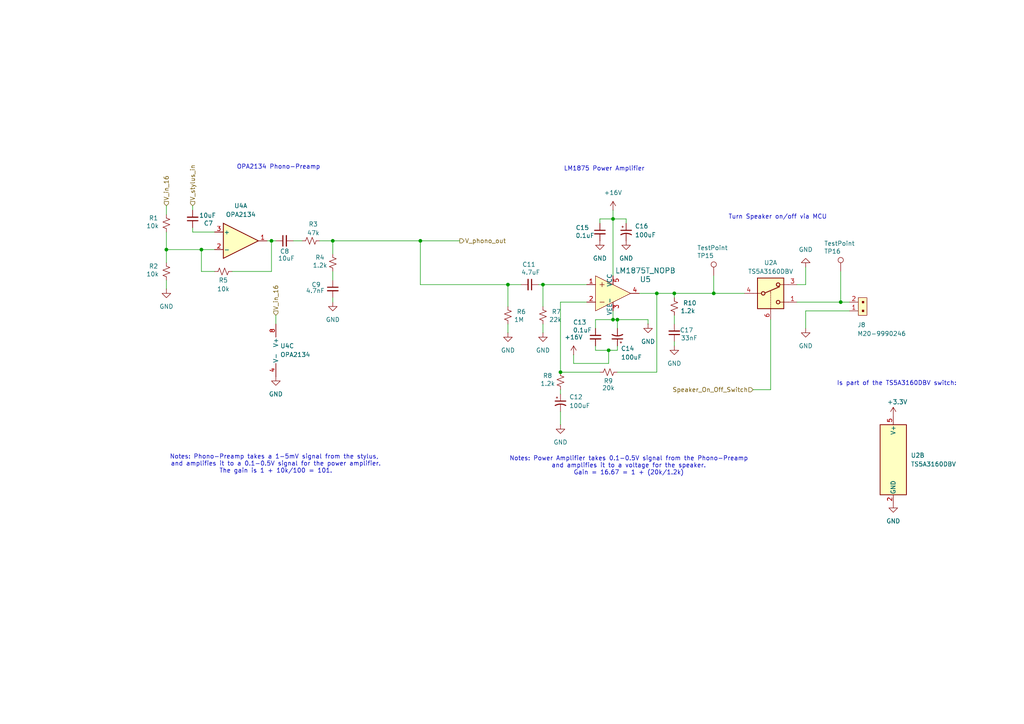
<source format=kicad_sch>
(kicad_sch (version 20231120) (generator "eeschema") (generator_version "8.0")
  (paper "A4")
  (lib_symbols
    (symbol "Amplifier_Operational:OPA2134" (pin_names (offset 0.127))
      (property "Reference" "U" (at 0 5.08 0))
      (property "Value" "OPA2134" (at 0 -5.08 0))
      (symbol "OPA2134_1_1"
        (polyline (pts (xy -5.08 5.08) (xy 5.08 0) (xy -5.08 -5.08) (xy -5.08 5.08)) (stroke (width 0.254)) (fill (type background)))
        (pin output line (at 7.62 0 180) (length 2.54) (name "~") (number "1"))
        (pin input line (at -7.62 -2.54 0) (length 2.54) (name "-") (number "2"))
        (pin input line (at -7.62 2.54 0) (length 2.54) (name "+") (number "3"))
      )
      (symbol "OPA2134_2_1"
        (polyline (pts (xy -5.08 5.08) (xy 5.08 0) (xy -5.08 -5.08) (xy -5.08 5.08)) (stroke (width 0.254)) (fill (type background)))
        (pin input line (at -7.62 2.54 0) (length 2.54) (name "+") (number "5"))
        (pin input line (at -7.62 -2.54 0) (length 2.54) (name "-") (number "6"))
        (pin output line (at 7.62 0 180) (length 2.54) (name "~") (number "7"))
      )
      (symbol "OPA2134_3_1"
        (pin power_in line (at -2.54 -7.62 90) (length 3.81) (name "V-") (number "4"))
        (pin power_in line (at -2.54 7.62 270) (length 3.81) (name "V+") (number "8"))
      )
    )
    (symbol "Analog_Switch:TS5A3160DBV" (pin_names (offset 0.127))
      (property "Reference" "U" (at -3.175 4.699 0))
      (property "Value" "TS5A3160DBV" (at -3.175 2.921 0))
      (symbol "TS5A3160DBV_1_1"
        (rectangle (start -3.81 4.445) (end 3.81 -4.445) (stroke (width 0.254)) (fill (type background)))
        (circle (center -2.159 0) (radius 0.508) (stroke (width 0.254)))
        (polyline (pts (xy -5.08 0) (xy -2.794 0)))
        (polyline (pts (xy -1.651 0.127) (xy 2.54 1.905)) (stroke (width 0.254)))
        (polyline (pts (xy 0 -5.08) (xy 0 -4.572)))
        (polyline (pts (xy 0 -4.318) (xy 0 -4.064)))
        (polyline (pts (xy 0 -3.81) (xy 0 -3.556)))
        (polyline (pts (xy 0 -3.302) (xy 0 -3.048)))
        (polyline (pts (xy 0 -2.794) (xy 0 -2.54)))
        (polyline (pts (xy 0 -2.286) (xy 0 -2.032)))
        (polyline (pts (xy 0 -1.778) (xy 0 -1.524)))
        (polyline (pts (xy 0 -1.27) (xy 0 -1.016)))
        (polyline (pts (xy 0 -0.762) (xy 0 -0.508)))
        (polyline (pts (xy 0 -0.254) (xy 0 0)))
        (polyline (pts (xy 0 0.254) (xy 0 0.508)))
        (polyline (pts (xy 0 0.254) (xy 0 0.508)))
        (polyline (pts (xy 5.08 -2.54) (xy 2.794 -2.54)))
        (polyline (pts (xy 5.08 2.54) (xy 2.794 2.54)))
        (circle (center 2.159 -2.54) (radius 0.508) (stroke (width 0.254)))
        (circle (center 2.159 2.54) (radius 0.508) (stroke (width 0.254)))
        (pin passive line (at 7.62 -2.54 180) (length 2.54) (name "~") (number "1"))
        (pin passive line (at 7.62 2.54 180) (length 2.54) (name "~") (number "3"))
        (pin passive line (at -7.62 0 0) (length 2.54) (name "~") (number "4"))
        (pin input line (at 0 -7.62 90) (length 2.54) (name "~") (number "6"))
      )
      (symbol "TS5A3160DBV_2_0"
        (pin power_in line (at 0 -12.7 90) (length 2.54) (name "GND") (number "2"))
        (pin power_in line (at 0 12.7 270) (length 2.54) (name "V+") (number "5"))
      )
      (symbol "TS5A3160DBV_2_1"
        (rectangle (start -3.81 10.16) (end 3.81 -10.16) (stroke (width 0.254)) (fill (type background)))
      )
    )
    (symbol "Connector:TestPoint" (pin_numbers hide) (pin_names (offset 0.762) hide)
      (property "Reference" "TP" (at 0 6.858 0))
      (property "Value" "TestPoint" (at 0 5.08 0))
      (symbol "TestPoint_0_1"
        (circle (center 0 3.302) (radius 0.762))
      )
      (symbol "TestPoint_1_1"
        (pin passive line (at 0 0 90) (length 2.54) (name "1") (number "1"))
      )
    )
    (symbol "Device:C_Polarized_Small_US" (pin_numbers hide) (pin_names (offset 0.254) hide)
      (property "Reference" "C" (at 0.254 1.778 0))
      (property "Value" "C_Polarized_Small_US" (at 0.254 -2.032 0))
      (symbol "C_Polarized_Small_US_0_1"
        (polyline (pts (xy -1.524 0.508) (xy 1.524 0.508)) (stroke (width 0.3048)))
        (polyline (pts (xy -1.27 1.524) (xy -0.762 1.524)))
        (polyline (pts (xy -1.016 1.27) (xy -1.016 1.778)))
        (arc (start 1.524 -0.762) (mid 0 -0.3734) (end -1.524 -0.762) (stroke (width 0.3048)))
      )
      (symbol "C_Polarized_Small_US_1_1"
        (pin passive line (at 0 2.54 270) (length 2.032) (name "~") (number "1"))
        (pin passive line (at 0 -2.54 90) (length 2.032) (name "~") (number "2"))
      )
    )
    (symbol "Device:C_Small" (pin_numbers hide) (pin_names (offset 0.254) hide)
      (property "Reference" "C" (at 0.254 1.778 0))
      (property "Value" "C_Small" (at 0.254 -2.032 0))
      (symbol "C_Small_0_1"
        (polyline (pts (xy -1.524 -0.508) (xy 1.524 -0.508)) (stroke (width 0.3302)))
        (polyline (pts (xy -1.524 0.508) (xy 1.524 0.508)) (stroke (width 0.3048)))
      )
      (symbol "C_Small_1_1"
        (pin passive line (at 0 2.54 270) (length 2.032) (name "~") (number "1"))
        (pin passive line (at 0 -2.54 90) (length 2.032) (name "~") (number "2"))
      )
    )
    (symbol "Device:R_Small_US" (pin_numbers hide) (pin_names (offset 0.254) hide)
      (property "Reference" "R" (at 0.762 0.508 0))
      (property "Value" "R_Small_US" (at 0.762 -1.016 0))
      (symbol "R_Small_US_1_1"
        (polyline (pts (xy 0 0) (xy 1.016 -0.381) (xy 0 -0.762) (xy -1.016 -1.143) (xy 0 -1.524)))
        (polyline (pts (xy 0 1.524) (xy 1.016 1.143) (xy 0 0.762) (xy -1.016 0.381) (xy 0 0)))
        (pin passive line (at 0 2.54 270) (length 1.016) (name "~") (number "1"))
        (pin passive line (at 0 -2.54 90) (length 1.016) (name "~") (number "2"))
      )
    )
    (symbol "dk_Linear-Amplifiers-Audio:LM1875T_NOPB" (pin_names (offset 0))
      (property "Reference" "U" (at -5.08 6.35 0))
      (property "Value" "LM1875T_NOPB" (at 2.54 -5.08 0))
      (symbol "LM1875T_NOPB_0_1"
        (polyline (pts (xy -3.81 -2.54) (xy -2.54 -2.54)))
        (polyline (pts (xy -3.81 2.54) (xy -2.54 2.54)))
        (polyline (pts (xy -3.175 -1.905) (xy -3.175 -3.175)))
        (polyline (pts (xy 5.08 0) (xy -5.08 5.08) (xy -5.08 -5.08) (xy 5.08 0)) (fill (type background)))
      )
      (symbol "LM1875T_NOPB_1_1"
        (pin input line (at -7.62 -2.54 0) (length 2.54) (name "~") (number "1"))
        (pin input line (at -7.62 2.54 0) (length 2.54) (name "~") (number "2"))
        (pin power_in line (at 0 5.08 270) (length 2.54) (name "VEE-") (number "3"))
        (pin output line (at 7.62 0 180) (length 2.54) (name "~") (number "4"))
        (pin power_in line (at 0 -5.08 90) (length 2.54) (name "VCC") (number "5"))
      )
    )
    (symbol "dk_Rectangular-Connectors-Headers-Male-Pins:M20-9990246" (pin_names (offset 1.016))
      (property "Reference" "J" (at -2.54 1.27 0))
      (property "Value" "M20-9990246" (at 1.27 -3.81 0))
      (symbol "M20-9990246_1_1"
        (rectangle (start -1.27 0) (end 3.81 -2.54) (fill (type background)))
        (rectangle (start -0.254 -1.143) (end 0.254 -1.651) (fill (type outline)))
        (rectangle (start 2.286 -1.143) (end 2.794 -1.651) (fill (type outline)))
        (pin passive line (at 0 2.54 270) (length 2.54) (name "~") (number "1"))
        (pin passive line (at 2.54 2.54 270) (length 2.54) (name "~") (number "2"))
      )
    )
    (symbol "power:+15V" (power) (pin_numbers hide) (pin_names (offset 0) hide)
      (property "Value" "+15V" (at 0 3.556 0))
      (symbol "+15V_0_1"
        (polyline (pts (xy -0.762 1.27) (xy 0 2.54)))
        (polyline (pts (xy 0 0) (xy 0 2.54)))
        (polyline (pts (xy 0 2.54) (xy 0.762 1.27)))
      )
      (symbol "+15V_1_1"
        (pin power_in line (at 0 0 90) (length 0) (name "~") (number "1"))
      )
    )
    (symbol "power:GND" (power) (pin_numbers hide) (pin_names (offset 0) hide)
      (property "Value" "GND" (at 0 -3.81 0))
      (symbol "GND_0_1"
        (polyline (pts (xy 0 0) (xy 0 -1.27) (xy 1.27 -1.27) (xy 0 -2.54) (xy -1.27 -1.27) (xy 0 -1.27)))
      )
      (symbol "GND_1_1"
        (pin power_in line (at 0 0 270) (length 0) (name "~") (number "1"))
      )
    )
  )
  (junction (at 207.01 85.09))
  (junction (at 177.8 63.5))
  (junction (at 195.58 85.09))
  (junction (at 176.53 101.6))
  (junction (at 48.26 72.39))
  (junction (at 78.74 69.85))
  (junction (at 147.32 82.55))
  (junction (at 177.8 92.71))
  (junction (at 96.52 69.85))
  (junction (at 162.56 107.95))
  (junction (at 190.5 85.09))
  (junction (at 179.07 92.71))
  (junction (at 243.84 87.63))
  (junction (at 157.48 82.55))
  (junction (at 121.92 69.85))
  (junction (at 58.42 72.39))
  (wire (pts (xy 78.74 78.74) (xy 78.74 69.85)))
  (wire (pts (xy 177.8 90.17) (xy 177.8 92.71)))
  (wire (pts (xy 179.07 107.95) (xy 190.5 107.95)))
  (wire (pts (xy 85.09 69.85) (xy 87.63 69.85)))
  (wire (pts (xy 48.26 72.39) (xy 48.26 76.2)))
  (wire (pts (xy 162.56 119.38) (xy 162.56 123.19)))
  (wire (pts (xy 231.14 87.63) (xy 243.84 87.63)))
  (wire (pts (xy 179.07 92.71) (xy 177.8 92.71)))
  (wire (pts (xy 67.31 78.74) (xy 78.74 78.74)))
  (wire (pts (xy 177.8 63.5) (xy 181.61 63.5)))
  (wire (pts (xy 121.92 69.85) (xy 96.52 69.85)))
  (wire (pts (xy 162.56 107.95) (xy 173.99 107.95)))
  (wire (pts (xy 218.44 113.03) (xy 223.52 113.03)))
  (wire (pts (xy 133.35 69.85) (xy 121.92 69.85)))
  (wire (pts (xy 243.84 78.74) (xy 243.84 87.63)))
  (wire (pts (xy 157.48 82.55) (xy 170.18 82.55)))
  (wire (pts (xy 177.8 63.5) (xy 177.8 80.01)))
  (wire (pts (xy 62.23 78.74) (xy 58.42 78.74)))
  (wire (pts (xy 96.52 78.74) (xy 96.52 81.28)))
  (wire (pts (xy 58.42 78.74) (xy 58.42 72.39)))
  (wire (pts (xy 58.42 72.39) (xy 62.23 72.39)))
  (wire (pts (xy 177.8 63.5) (xy 173.99 63.5)))
  (wire (pts (xy 207.01 80.01) (xy 207.01 85.09)))
  (wire (pts (xy 55.88 66.04) (xy 55.88 67.31)))
  (wire (pts (xy 48.26 72.39) (xy 58.42 72.39)))
  (wire (pts (xy 55.88 59.69) (xy 55.88 60.96)))
  (wire (pts (xy 195.58 99.06) (xy 195.58 100.33)))
  (wire (pts (xy 173.99 63.5) (xy 173.99 64.77)))
  (wire (pts (xy 172.72 101.6) (xy 176.53 101.6)))
  (wire (pts (xy 96.52 86.36) (xy 96.52 87.63)))
  (wire (pts (xy 166.37 105.41) (xy 176.53 105.41)))
  (wire (pts (xy 156.21 82.55) (xy 157.48 82.55)))
  (wire (pts (xy 96.52 69.85) (xy 96.52 73.66)))
  (wire (pts (xy 162.56 113.03) (xy 162.56 114.3)))
  (wire (pts (xy 121.92 69.85) (xy 121.92 82.55)))
  (wire (pts (xy 179.07 100.33) (xy 179.07 101.6)))
  (wire (pts (xy 166.37 105.41) (xy 166.37 102.87)))
  (wire (pts (xy 147.32 82.55) (xy 151.13 82.55)))
  (wire (pts (xy 170.18 87.63) (xy 162.56 87.63)))
  (wire (pts (xy 246.38 90.17) (xy 233.68 90.17)))
  (wire (pts (xy 147.32 82.55) (xy 147.32 88.9)))
  (wire (pts (xy 80.01 91.44) (xy 80.01 93.98)))
  (wire (pts (xy 177.8 92.71) (xy 172.72 92.71)))
  (wire (pts (xy 195.58 85.09) (xy 195.58 86.36)))
  (wire (pts (xy 172.72 100.33) (xy 172.72 101.6)))
  (wire (pts (xy 176.53 101.6) (xy 176.53 105.41)))
  (wire (pts (xy 195.58 85.09) (xy 207.01 85.09)))
  (wire (pts (xy 157.48 82.55) (xy 157.48 88.9)))
  (wire (pts (xy 179.07 92.71) (xy 179.07 95.25)))
  (wire (pts (xy 177.8 60.96) (xy 177.8 63.5)))
  (wire (pts (xy 55.88 67.31) (xy 62.23 67.31)))
  (wire (pts (xy 190.5 107.95) (xy 190.5 85.09)))
  (wire (pts (xy 190.5 85.09) (xy 185.42 85.09)))
  (wire (pts (xy 48.26 81.28) (xy 48.26 83.82)))
  (wire (pts (xy 190.5 85.09) (xy 195.58 85.09)))
  (wire (pts (xy 179.07 92.71) (xy 187.96 92.71)))
  (wire (pts (xy 78.74 69.85) (xy 80.01 69.85)))
  (wire (pts (xy 223.52 92.71) (xy 223.52 113.03)))
  (wire (pts (xy 243.84 87.63) (xy 246.38 87.63)))
  (wire (pts (xy 231.14 82.55) (xy 233.68 82.55)))
  (wire (pts (xy 195.58 91.44) (xy 195.58 93.98)))
  (wire (pts (xy 157.48 93.98) (xy 157.48 96.52)))
  (wire (pts (xy 92.71 69.85) (xy 96.52 69.85)))
  (wire (pts (xy 48.26 67.31) (xy 48.26 72.39)))
  (wire (pts (xy 162.56 87.63) (xy 162.56 107.95)))
  (wire (pts (xy 48.26 59.69) (xy 48.26 62.23)))
  (wire (pts (xy 77.47 69.85) (xy 78.74 69.85)))
  (wire (pts (xy 181.61 63.5) (xy 181.61 64.77)))
  (wire (pts (xy 233.68 82.55) (xy 233.68 77.47)))
  (wire (pts (xy 187.96 92.71) (xy 187.96 93.98)))
  (wire (pts (xy 207.01 85.09) (xy 215.9 85.09)))
  (wire (pts (xy 147.32 93.98) (xy 147.32 96.52)))
  (wire (pts (xy 233.68 90.17) (xy 233.68 95.25)))
  (wire (pts (xy 172.72 92.71) (xy 172.72 95.25)))
  (wire (pts (xy 121.92 82.55) (xy 147.32 82.55)))
  (wire (pts (xy 176.53 101.6) (xy 179.07 101.6)))
  (text "OPA2134 Phono-Preamp\n\n" (exclude_from_sim yes) (at 80.772 49.53 0) (effects (font (size 1.27 1.27))))
  (text "Is part of the TS5A3160DBV switch:" (at 260.096 111.252 0) (effects (font (size 1.27 1.27))))
  (text "LM1875 Power Amplifier" (at 175.26 49.022 0) (effects (font (size 1.27 1.27))))
  (text "Notes: Phono-Preamp takes a 1-5mV signal from the stylus, \nand amplifies it to a 0.1-0.5V signal for the power amplifier.\nThe gain is 1 + 10k/100 = 101." (at 80.01 134.62 0) (effects (font (size 1.27 1.27))))
  (text "Notes: Power Amplifier takes 0.1-0.5V signal from the Phono-Preamp\nand amplifies it to a voltage for the speaker.\nGain = 16.67 = 1 + (20k/1.2k)" (at 182.372 135.128 0) (effects (font (size 1.27 1.27))))
  (text "Turn Speaker on/off via MCU" (at 225.552 62.992 0) (effects (font (size 1.27 1.27))))
  (hierarchical_label "Speaker_On_Off_Switch" (shape input) (at 218.44 113.03 180))
  (hierarchical_label "V_stylus_in" (shape input) (at 55.88 59.69 90))
  (hierarchical_label "V_phono_out" (shape output) (at 133.35 69.85 0))
  (hierarchical_label "V_in_16" (shape input) (at 48.26 59.69 90))
  (hierarchical_label "V_in_16" (shape input) (at 80.01 91.44 90))
  (symbol (lib_id "Device:C_Polarized_Small_US") (at 179.07 97.79 180) (unit 1)
    (property "Reference" "C14" (at 180.086 101.092 0) (effects (justify right)))
    (property "Value" "100uF" (at 180.086 103.632 0) (effects (justify right)))
    (property "Footprint" "Capacitor_THT:C_Radial_D8.0mm_H11.5mm_P3.50mm" (effects (hide yes)))
    (property "Description" "Polarized capacitor, small US symbol" (effects (hide yes)))
  )
  (symbol (lib_id "Analog_Switch:TS5A3160DBV") (at 223.52 85.09 0) (unit 1)
    (property "Reference" "U2" (at 223.52 76.2 0))
    (property "Value" "TS5A3160DBV" (at 223.52 78.74 0))
    (property "Footprint" "Package_TO_SOT_SMD:SOT-23-6" (effects (hide yes)))
    (property "Datasheet" "http://www.ti.com/lit/ds/symlink/ts5a3160.pdf" (effects (hide yes)))
    (property "Description" "Single SPDT Analog Switch, 1.65-V to 5.5-V Single-Supply Operation, 1Ohm Ron, SOT-23-6" (effects (hide yes)))
  )
  (symbol (lib_id "Device:R_Small_US") (at 176.53 107.95 90) (unit 1)
    (property "Reference" "R9" (at 177.8 110.49 90) (effects (justify left)))
    (property "Value" "20k" (at 178.308 112.522 90) (effects (justify left)))
    (property "Footprint" "Resistor_SMD:R_0805_2012Metric" (effects (hide yes)))
    (property "Description" "Resistor, small US symbol" (effects (hide yes)))
  )
  (symbol (lib_id "Connector:TestPoint") (at 207.01 80.01 0) (unit 1)
    (property "Reference" "TP15" (at 202.184 74.168 0) (effects (justify left)))
    (property "Value" "TestPoint" (at 202.184 71.882 0) (effects (justify left)))
    (property "Footprint" "TestPoint:TestPoint_Pad_1.5x1.5mm" (effects (hide yes)))
    (property "Description" "test point" (effects (hide yes)))
  )
  (symbol (lib_id "Device:R_Small_US") (at 90.17 69.85 90) (unit 1)
    (property "Reference" "R3" (at 92.202 65.024 90) (effects (justify left)))
    (property "Value" "47k" (at 92.71 67.564 90) (effects (justify left)))
    (property "Footprint" "Resistor_SMD:R_0805_2012Metric" (effects (hide yes)))
    (property "Description" "Resistor, small US symbol" (effects (hide yes)))
  )
  (symbol (lib_id "Device:C_Small") (at 153.67 82.55 270) (unit 1)
    (property "Reference" "C11" (at 153.416 76.708 90))
    (property "Value" "4.7uF" (at 153.924 78.994 90))
    (property "Footprint" "Capacitor_SMD:C_0805_2012Metric" (effects (hide yes)))
    (property "Description" "Unpolarized capacitor, small symbol" (effects (hide yes)))
  )
  (symbol (lib_id "power:GND") (at 147.32 96.52 0) (unit 1)
    (property "Reference" "#PWR051" (effects (hide yes)))
    (property "Value" "GND" (at 147.32 101.6 0))
    (property "Description" "Power symbol creates a global label with name \"GND\" , ground" (effects (hide yes)))
  )
  (symbol (lib_id "power:GND") (at 233.68 95.25 0) (unit 1)
    (property "Reference" "#PWR060" (effects (hide yes)))
    (property "Value" "GND" (at 233.68 100.33 0))
    (property "Description" "Power symbol creates a global label with name \"GND\" , ground" (effects (hide yes)))
  )
  (symbol (lib_id "Amplifier_Operational:OPA2134") (at 82.55 101.6 0) (unit 3)
    (property "Reference" "U4" (at 81.28 100.3299 0) (effects (justify left)))
    (property "Value" "OPA2134" (at 81.28 102.8699 0) (effects (justify left)))
    (property "Footprint" "digikey-footprints:SOIC-8_W3.9mm" (effects (hide yes)))
    (property "Datasheet" "http://www.ti.com/lit/ds/symlink/opa134.pdf" (effects (hide yes)))
    (property "Description" "Dual SoundPlus High Performance Audio Operational Amplifiers, DIP-8/SOIC-8" (effects (hide yes)))
  )
  (symbol (lib_id "Device:R_Small_US") (at 157.48 91.44 0) (unit 1)
    (property "Reference" "R7" (at 160.02 90.424 0) (effects (justify left)))
    (property "Value" "22k" (at 159.258 92.71 0) (effects (justify left)))
    (property "Footprint" "Resistor_SMD:R_0805_2012Metric" (effects (hide yes)))
    (property "Description" "Resistor, small US symbol" (effects (hide yes)))
  )
  (symbol (lib_id "Device:C_Small") (at 82.55 69.85 90) (unit 1)
    (property "Reference" "C8" (at 82.55 72.898 90))
    (property "Value" "10uF" (at 83.058 74.93 90))
    (property "Footprint" "Capacitor_SMD:C_0805_2012Metric" (effects (hide yes)))
    (property "Description" "Unpolarized capacitor, small symbol" (effects (hide yes)))
  )
  (symbol (lib_id "Amplifier_Operational:OPA2134") (at 69.85 69.85 0) (unit 1)
    (property "Reference" "U4" (at 69.85 59.69 0))
    (property "Value" "OPA2134" (at 69.85 62.23 0))
    (property "Footprint" "digikey-footprints:SOIC-8_W3.9mm" (effects (hide yes)))
    (property "Datasheet" "http://www.ti.com/lit/ds/symlink/opa134.pdf" (effects (hide yes)))
    (property "Description" "Dual SoundPlus High Performance Audio Operational Amplifiers, DIP-8/SOIC-8" (effects (hide yes)))
  )
  (symbol (lib_id "dk_Linear-Amplifiers-Audio:LM1875T_NOPB") (at 177.8 85.09 0) (mirror x) (unit 1)
    (property "Reference" "U5" (at 187.198 81.026 0) (effects (font (size 1.524 1.524))))
    (property "Value" "LM1875T_NOPB" (at 187.198 78.486 0) (effects (font (size 1.524 1.524))))
    (property "Footprint" "digikey-footprints:TO-220-5" (effects (hide yes)))
    (property "Datasheet" "http://www.ti.com/general/docs/suppproductinfo.tsp?distId=10&gotoUrl=http%3A%2F%2Fwww.ti.com%2Flit%2Fgpn%2Flm1875" (effects (hide yes)))
    (property "Description" "IC AMP AUDIO PWR 30W AB TO220-5" (effects (hide yes)))
    (property "Digi-Key_PN" "LM1875T/NOPB-ND" (effects (hide yes)))
    (property "MPN" "LM1875T/NOPB" (effects (hide yes)))
    (property "Category" "Integrated Circuits (ICs)" (effects (hide yes)))
    (property "Family" "Linear - Amplifiers - Audio" (effects (hide yes)))
    (property "DK_Datasheet_Link" "http://www.ti.com/general/docs/suppproductinfo.tsp?distId=10&gotoUrl=http%3A%2F%2Fwww.ti.com%2Flit%2Fgpn%2Flm1875" (effects (hide yes)))
    (property "DK_Detail_Page" "/product-detail/en/texas-instruments/LM1875T-NOPB/LM1875T-NOPB-ND/1669" (effects (hide yes)))
    (property "Description_1" "IC AMP AUDIO PWR 30W AB TO220-5" (effects (hide yes)))
    (property "Manufacturer" "Texas Instruments" (effects (hide yes)))
    (property "Status" "Active" (effects (hide yes)))
  )
  (symbol (lib_id "Device:C_Polarized_Small_US") (at 181.61 67.31 0) (unit 1)
    (property "Reference" "C16" (at 184.15 65.6081 0) (effects (justify left)))
    (property "Value" "100uF" (at 184.15 68.1481 0) (effects (justify left)))
    (property "Footprint" "Capacitor_THT:C_Radial_D8.0mm_H11.5mm_P3.50mm" (effects (hide yes)))
    (property "Description" "Polarized capacitor, small US symbol" (effects (hide yes)))
  )
  (symbol (lib_id "power:+15V") (at 259.08 120.65 0) (unit 1)
    (property "Reference" "#PWR020" (effects (hide yes)))
    (property "Value" "+3.3V" (at 257.302 116.586 0) (effects (justify left)))
    (property "Description" "Power symbol creates a global label with name \"+15V\"" (effects (hide yes)))
  )
  (symbol (lib_id "Device:R_Small_US") (at 162.56 110.49 0) (unit 1)
    (property "Reference" "R8" (at 157.48 108.966 0) (effects (justify left)))
    (property "Value" "1.2k" (at 156.718 111.252 0) (effects (justify left)))
    (property "Footprint" "Resistor_SMD:R_0805_2012Metric" (effects (hide yes)))
    (property "Description" "Resistor, small US symbol" (effects (hide yes)))
  )
  (symbol (lib_id "Device:R_Small_US") (at 195.58 88.9 0) (unit 1)
    (property "Reference" "R10" (at 198.12 87.884 0) (effects (justify left)))
    (property "Value" "1.2k" (at 197.358 90.17 0) (effects (justify left)))
    (property "Footprint" "Resistor_SMD:R_0805_2012Metric" (effects (hide yes)))
    (property "Description" "Resistor, small US symbol" (effects (hide yes)))
  )
  (symbol (lib_id "power:GND") (at 48.26 83.82 0) (unit 1)
    (property "Reference" "#PWR047" (effects (hide yes)))
    (property "Value" "GND" (at 48.26 88.9 0))
    (property "Description" "Power symbol creates a global label with name \"GND\" , ground" (effects (hide yes)))
  )
  (symbol (lib_id "dk_Rectangular-Connectors-Headers-Male-Pins:M20-9990246") (at 248.92 90.17 90) (unit 1)
    (property "Reference" "J8" (at 248.666 94.234 90) (effects (justify right)))
    (property "Value" "M20-9990246" (at 248.666 96.774 90) (effects (justify right)))
    (property "Footprint" "digikey-footprints:PinHeader_1x2_P2.54mm" (effects (hide yes)))
    (property "Datasheet" "https://cdn.harwin.com/pdfs/M20-999.pdf" (effects (hide yes)))
    (property "Description" "CONN HEADER VERT 2POS 2.54MM" (effects (hide yes)))
    (property "Digi-Key_PN" "952-2262-ND" (effects (hide yes)))
    (property "MPN" "M20-9990246" (effects (hide yes)))
    (property "Category" "Connectors, Interconnects" (effects (hide yes)))
    (property "Family" "Rectangular Connectors - Headers, Male Pins" (effects (hide yes)))
    (property "DK_Datasheet_Link" "https://cdn.harwin.com/pdfs/M20-999.pdf" (effects (hide yes)))
    (property "DK_Detail_Page" "/product-detail/en/harwin-inc/M20-9990246/952-2262-ND/3728226" (effects (hide yes)))
    (property "Description_1" "CONN HEADER VERT 2POS 2.54MM" (effects (hide yes)))
    (property "Manufacturer" "Harwin Inc." (effects (hide yes)))
    (property "Status" "Active" (effects (hide yes)))
  )
  (symbol (lib_id "power:+15V") (at 166.37 102.87 0) (unit 1)
    (property "Reference" "#PWR056" (effects (hide yes)))
    (property "Value" "+16V" (at 166.37 97.79 0))
    (property "Description" "Power symbol creates a global label with name \"+15V\"" (effects (hide yes)))
  )
  (symbol (lib_id "Connector:TestPoint") (at 243.84 78.74 0) (unit 1)
    (property "Reference" "TP16" (at 239.014 72.898 0) (effects (justify left)))
    (property "Value" "TestPoint" (at 239.014 70.612 0) (effects (justify left)))
    (property "Footprint" "TestPoint:TestPoint_Pad_1.5x1.5mm" (effects (hide yes)))
    (property "Description" "test point" (effects (hide yes)))
  )
  (symbol (lib_id "Device:R_Small_US") (at 96.52 76.2 0) (unit 1)
    (property "Reference" "R4" (at 91.44 74.676 0) (effects (justify left)))
    (property "Value" "1.2k" (at 90.678 76.962 0) (effects (justify left)))
    (property "Footprint" "Resistor_SMD:R_0805_2012Metric" (effects (hide yes)))
    (property "Description" "Resistor, small US symbol" (effects (hide yes)))
  )
  (symbol (lib_id "Device:C_Small") (at 173.99 67.31 0) (unit 1)
    (property "Reference" "C15" (at 168.91 66.04 0))
    (property "Value" "0.1uF" (at 169.672 68.326 0))
    (property "Footprint" "Capacitor_SMD:C_0805_2012Metric" (effects (hide yes)))
    (property "Description" "Unpolarized capacitor, small symbol" (effects (hide yes)))
  )
  (symbol (lib_id "power:GND") (at 173.99 69.85 0) (unit 1)
    (property "Reference" "#PWR053" (effects (hide yes)))
    (property "Value" "GND" (at 173.99 74.93 0))
    (property "Description" "Power symbol creates a global label with name \"GND\" , ground" (effects (hide yes)))
  )
  (symbol (lib_id "Device:C_Small") (at 172.72 97.79 0) (unit 1)
    (property "Reference" "C13" (at 168.148 93.472 0))
    (property "Value" "0.1uF" (at 168.91 95.758 0))
    (property "Footprint" "Capacitor_SMD:C_0805_2012Metric" (effects (hide yes)))
    (property "Description" "Unpolarized capacitor, small symbol" (effects (hide yes)))
  )
  (symbol (lib_id "Device:C_Small") (at 195.58 96.52 180) (unit 1)
    (property "Reference" "C17" (at 199.136 95.758 0))
    (property "Value" "33nF" (at 199.898 98.044 0))
    (property "Footprint" "Capacitor_SMD:C_0805_2012Metric" (effects (hide yes)))
    (property "Description" "Unpolarized capacitor, small symbol" (effects (hide yes)))
  )
  (symbol (lib_id "Device:R_Small_US") (at 48.26 78.74 0) (unit 1)
    (property "Reference" "R2" (at 43.18 77.216 0) (effects (justify left)))
    (property "Value" "10k" (at 42.418 79.502 0) (effects (justify left)))
    (property "Footprint" "Resistor_SMD:R_0805_2012Metric" (effects (hide yes)))
    (property "Description" "Resistor, small US symbol" (effects (hide yes)))
  )
  (symbol (lib_id "power:GND") (at 96.52 87.63 0) (unit 1)
    (property "Reference" "#PWR050" (effects (hide yes)))
    (property "Value" "GND" (at 96.52 92.71 0))
    (property "Description" "Power symbol creates a global label with name \"GND\" , ground" (effects (hide yes)))
  )
  (symbol (lib_id "Device:C_Small") (at 96.52 83.82 0) (unit 1)
    (property "Reference" "C9" (at 91.694 82.55 0))
    (property "Value" "4.7nF" (at 91.44 84.328 0))
    (property "Footprint" "Capacitor_SMD:C_0805_2012Metric" (effects (hide yes)))
    (property "Description" "Unpolarized capacitor, small symbol" (effects (hide yes)))
  )
  (symbol (lib_id "power:GND") (at 80.01 109.22 0) (unit 1)
    (property "Reference" "#PWR010" (effects (hide yes)))
    (property "Value" "GND" (at 80.01 114.3 0))
    (property "Description" "Power symbol creates a global label with name \"GND\" , ground" (effects (hide yes)))
  )
  (symbol (lib_id "power:GND") (at 259.08 146.05 0) (unit 1)
    (property "Reference" "#PWR021" (effects (hide yes)))
    (property "Value" "GND" (at 259.08 151.13 0))
    (property "Description" "Power symbol creates a global label with name \"GND\" , ground" (effects (hide yes)))
  )
  (symbol (lib_id "power:GND") (at 157.48 96.52 0) (unit 1)
    (property "Reference" "#PWR011" (effects (hide yes)))
    (property "Value" "GND" (at 157.48 101.6 0))
    (property "Description" "Power symbol creates a global label with name \"GND\" , ground" (effects (hide yes)))
  )
  (symbol (lib_id "Analog_Switch:TS5A3160DBV") (at 259.08 133.35 0) (unit 2)
    (property "Reference" "U2" (at 264.16 132.0799 0) (effects (justify left)))
    (property "Value" "TS5A3160DBV" (at 264.16 134.6199 0) (effects (justify left)))
    (property "Footprint" "Package_TO_SOT_SMD:SOT-23-6" (effects (hide yes)))
    (property "Datasheet" "http://www.ti.com/lit/ds/symlink/ts5a3160.pdf" (effects (hide yes)))
    (property "Description" "Single SPDT Analog Switch, 1.65-V to 5.5-V Single-Supply Operation, 1Ohm Ron, SOT-23-6" (effects (hide yes)))
  )
  (symbol (lib_id "Device:R_Small_US") (at 64.77 78.74 90) (unit 1)
    (property "Reference" "R5" (at 64.77 81.28 90))
    (property "Value" "10k" (at 64.77 83.82 90))
    (property "Footprint" "Resistor_SMD:R_0805_2012Metric" (effects (hide yes)))
    (property "Description" "Resistor, small US symbol" (effects (hide yes)))
  )
  (symbol (lib_id "power:GND") (at 162.56 123.19 0) (unit 1)
    (property "Reference" "#PWR052" (effects (hide yes)))
    (property "Value" "GND" (at 162.56 128.27 0))
    (property "Description" "Power symbol creates a global label with name \"GND\" , ground" (effects (hide yes)))
  )
  (symbol (lib_id "power:GND") (at 187.96 93.98 0) (unit 1)
    (property "Reference" "#PWR054" (effects (hide yes)))
    (property "Value" "GND" (at 187.96 99.06 0))
    (property "Description" "Power symbol creates a global label with name \"GND\" , ground" (effects (hide yes)))
  )
  (symbol (lib_id "Device:R_Small_US") (at 48.26 64.77 0) (unit 1)
    (property "Reference" "R1" (at 43.18 63.246 0) (effects (justify left)))
    (property "Value" "10k" (at 42.418 65.532 0) (effects (justify left)))
    (property "Footprint" "Resistor_SMD:R_0805_2012Metric" (effects (hide yes)))
    (property "Description" "Resistor, small US symbol" (effects (hide yes)))
  )
  (symbol (lib_id "Device:C_Small") (at 55.88 63.5 180) (unit 1)
    (property "Reference" "C7" (at 60.452 64.77 0))
    (property "Value" "10uF" (at 60.198 62.484 0))
    (property "Footprint" "Capacitor_SMD:C_0805_2012Metric" (effects (hide yes)))
    (property "Description" "Unpolarized capacitor, small symbol" (effects (hide yes)))
  )
  (symbol (lib_id "Device:R_Small_US") (at 147.32 91.44 0) (unit 1)
    (property "Reference" "R6" (at 149.86 90.424 0) (effects (justify left)))
    (property "Value" "1M" (at 149.098 92.71 0) (effects (justify left)))
    (property "Footprint" "Resistor_SMD:R_0805_2012Metric" (effects (hide yes)))
    (property "Description" "Resistor, small US symbol" (effects (hide yes)))
  )
  (symbol (lib_id "power:+15V") (at 177.8 60.96 0) (unit 1)
    (property "Reference" "#PWR055" (effects (hide yes)))
    (property "Value" "+16V" (at 177.8 55.88 0))
    (property "Description" "Power symbol creates a global label with name \"+15V\"" (effects (hide yes)))
  )
  (symbol (lib_id "power:GND") (at 195.58 100.33 0) (unit 1)
    (property "Reference" "#PWR059" (effects (hide yes)))
    (property "Value" "GND" (at 195.58 105.41 0))
    (property "Description" "Power symbol creates a global label with name \"GND\" , ground" (effects (hide yes)))
  )
  (symbol (lib_id "power:GND") (at 181.61 69.85 0) (unit 1)
    (property "Reference" "#PWR057" (effects (hide yes)))
    (property "Value" "GND" (at 181.61 74.93 0))
    (property "Description" "Power symbol creates a global label with name \"GND\" , ground" (effects (hide yes)))
  )
  (symbol (lib_id "power:GND") (at 233.68 77.47 180) (unit 1)
    (property "Reference" "#PWR019" (effects (hide yes)))
    (property "Value" "GND" (at 233.68 72.39 0))
    (property "Description" "Power symbol creates a global label with name \"GND\" , ground" (effects (hide yes)))
  )
  (symbol (lib_id "Device:C_Polarized_Small_US") (at 162.56 116.84 0) (unit 1)
    (property "Reference" "C12" (at 165.1 115.1381 0) (effects (justify left)))
    (property "Value" "100uF" (at 165.1 117.6781 0) (effects (justify left)))
    (property "Footprint" "Capacitor_THT:C_Radial_D8.0mm_H11.5mm_P3.50mm" (effects (hide yes)))
    (property "Description" "Polarized capacitor, small US symbol" (effects (hide yes)))
  )
)
</source>
